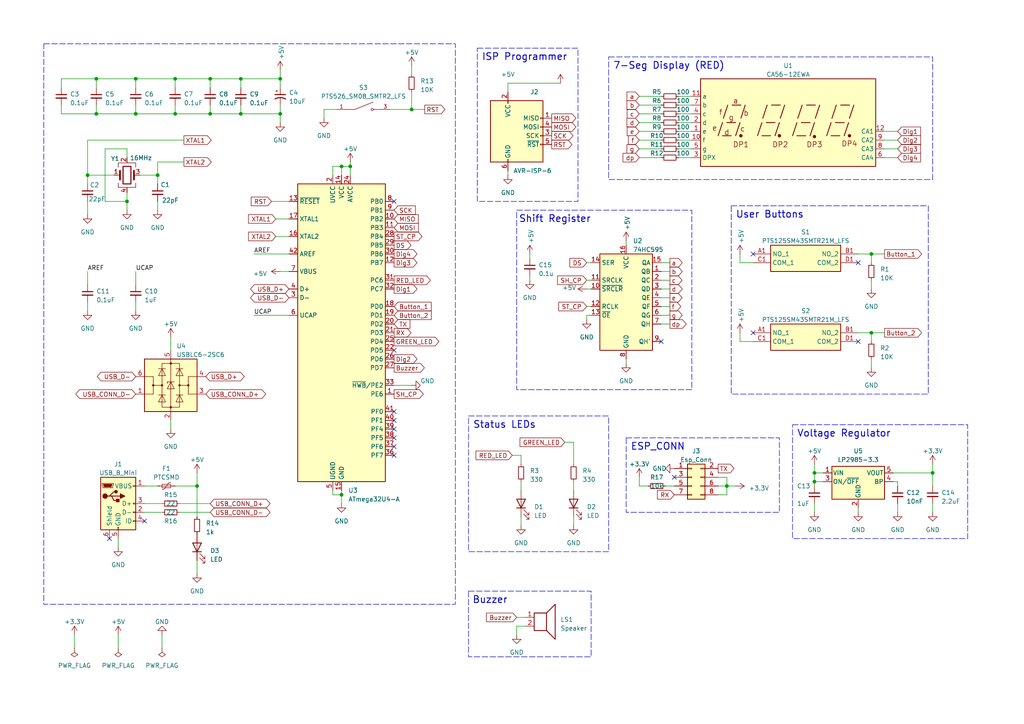
<source format=kicad_sch>
(kicad_sch (version 20230121) (generator eeschema)
  (paper "A4")
  (title_block (title "Phase B Prototype") (date "2023-04-11") (rev "1.0"))
  (junction (at 236.22 137.16))
  (junction (at 45.72 50.8))
  (junction (at 81.28 22.86))
  (junction (at 210.82 140.97))
  (junction (at 36.83 58.42))
  (junction (at 27.94 22.86))
  (junction (at 99.06 48.26))
  (junction (at 60.96 22.86))
  (junction (at 39.37 33.02))
  (junction (at 39.37 22.86))
  (junction (at 101.6 48.26))
  (junction (at 57.15 140.97))
  (junction (at 119.38 31.75))
  (junction (at 99.06 143.51))
  (junction (at 236.22 139.7))
  (junction (at 50.8 33.02))
  (junction (at 25.4 50.8))
  (junction (at 252.73 96.52))
  (junction (at 81.28 33.02))
  (junction (at 50.8 22.86))
  (junction (at 69.85 22.86))
  (junction (at 27.94 33.02))
  (junction (at 270.51 137.16))
  (junction (at 69.85 33.02))
  (junction (at 60.96 33.02))
  (junction (at 252.73 73.66))
  (no_connect (at 218.44 73.66))
  (no_connect (at 114.3 129.54))
  (no_connect (at 114.3 121.92))
  (no_connect (at 114.3 132.08))
  (no_connect (at 114.3 124.46))
  (no_connect (at 114.3 58.42))
  (no_connect (at 41.91 151.13))
  (no_connect (at 114.3 127))
  (no_connect (at 114.3 119.38))
  (no_connect (at 195.58 138.43))
  (no_connect (at 248.92 99.06))
  (no_connect (at 191.77 99.06))
  (no_connect (at 248.92 76.2))
  (no_connect (at 31.75 156.21))
  (no_connect (at 114.3 101.6))
  (no_connect (at 218.44 96.52))
  (wire (pts (xy 81.28 33.02) (xy 81.28 35.56)))
  (wire (pts (xy 60.96 33.02) (xy 69.85 33.02)))
  (wire (pts (xy 181.61 104.14) (xy 181.61 105.41)))
  (wire (pts (xy 49.53 121.92) (xy 49.53 124.46)))
  (wire (pts (xy 33.02 50.8) (xy 25.4 50.8)))
  (wire (pts (xy 193.04 140.97) (xy 195.58 140.97)))
  (wire (pts (xy 260.35 139.7) (xy 259.08 139.7)))
  (wire (pts (xy 196.85 33.02) (xy 200.66 33.02)))
  (wire (pts (xy 41.91 148.59) (xy 46.99 148.59)))
  (wire (pts (xy 39.37 22.86) (xy 50.8 22.86)))
  (wire (pts (xy 39.37 25.4) (xy 39.37 22.86)))
  (wire (pts (xy 238.76 137.16) (xy 236.22 137.16)))
  (wire (pts (xy 60.96 30.48) (xy 60.96 33.02)))
  (wire (pts (xy 50.8 33.02) (xy 60.96 33.02)))
  (wire (pts (xy 114.3 111.76) (xy 119.38 111.76)))
  (wire (pts (xy 27.94 22.86) (xy 39.37 22.86)))
  (wire (pts (xy 96.52 143.51) (xy 99.06 143.51)))
  (wire (pts (xy 50.8 140.97) (xy 57.15 140.97)))
  (wire (pts (xy 50.8 22.86) (xy 60.96 22.86)))
  (wire (pts (xy 27.94 25.4) (xy 27.94 22.86)))
  (wire (pts (xy 99.06 48.26) (xy 99.06 50.8)))
  (wire (pts (xy 149.86 181.61) (xy 149.86 184.15)))
  (wire (pts (xy 25.4 40.64) (xy 25.4 50.8)))
  (wire (pts (xy 191.77 76.2) (xy 194.31 76.2)))
  (wire (pts (xy 41.91 140.97) (xy 45.72 140.97)))
  (wire (pts (xy 45.72 46.99) (xy 45.72 50.8)))
  (wire (pts (xy 236.22 139.7) (xy 238.76 139.7)))
  (wire (pts (xy 96.52 142.24) (xy 96.52 143.51)))
  (wire (pts (xy 49.53 97.79) (xy 49.53 101.6)))
  (wire (pts (xy 153.67 80.01) (xy 153.67 81.28)))
  (wire (pts (xy 36.83 58.42) (xy 36.83 55.88)))
  (wire (pts (xy 53.34 46.99) (xy 45.72 46.99)))
  (wire (pts (xy 36.83 58.42) (xy 36.83 60.96)))
  (wire (pts (xy 39.37 30.48) (xy 39.37 33.02)))
  (wire (pts (xy 151.13 139.7) (xy 151.13 142.24)))
  (wire (pts (xy 81.28 25.4) (xy 81.28 22.86)))
  (wire (pts (xy 208.28 138.43) (xy 210.82 138.43)))
  (wire (pts (xy 170.18 81.28) (xy 171.45 81.28)))
  (wire (pts (xy 96.52 50.8) (xy 96.52 48.26)))
  (wire (pts (xy 45.72 50.8) (xy 40.64 50.8)))
  (wire (pts (xy 21.59 184.15) (xy 21.59 187.96)))
  (wire (pts (xy 17.78 30.48) (xy 17.78 33.02)))
  (wire (pts (xy 185.42 33.02) (xy 191.77 33.02)))
  (wire (pts (xy 25.4 50.8) (xy 25.4 53.34)))
  (wire (pts (xy 39.37 78.74) (xy 39.37 82.55)))
  (wire (pts (xy 149.86 179.07) (xy 152.4 179.07)))
  (wire (pts (xy 69.85 33.02) (xy 69.85 30.48)))
  (wire (pts (xy 25.4 78.74) (xy 25.4 82.55)))
  (wire (pts (xy 256.54 40.64) (xy 260.35 40.64)))
  (wire (pts (xy 210.82 140.97) (xy 210.82 143.51)))
  (wire (pts (xy 214.63 96.52) (xy 214.63 99.06)))
  (wire (pts (xy 99.06 48.26) (xy 101.6 48.26)))
  (wire (pts (xy 260.35 146.05) (xy 260.35 148.59)))
  (wire (pts (xy 166.37 128.27) (xy 166.37 134.62)))
  (wire (pts (xy 50.8 30.48) (xy 50.8 33.02)))
  (wire (pts (xy 60.96 22.86) (xy 60.96 25.4)))
  (wire (pts (xy 185.42 30.48) (xy 191.77 30.48)))
  (wire (pts (xy 53.34 40.64) (xy 25.4 40.64)))
  (wire (pts (xy 36.83 45.72) (xy 36.83 43.18)))
  (wire (pts (xy 236.22 139.7) (xy 236.22 140.97)))
  (wire (pts (xy 171.45 91.44) (xy 170.18 91.44)))
  (wire (pts (xy 81.28 22.86) (xy 69.85 22.86)))
  (wire (pts (xy 99.06 142.24) (xy 99.06 143.51)))
  (wire (pts (xy 185.42 138.43) (xy 185.42 140.97)))
  (wire (pts (xy 25.4 87.63) (xy 25.4 90.17)))
  (wire (pts (xy 39.37 33.02) (xy 50.8 33.02)))
  (wire (pts (xy 147.32 24.13) (xy 162.56 24.13)))
  (wire (pts (xy 81.28 33.02) (xy 69.85 33.02)))
  (wire (pts (xy 252.73 81.28) (xy 252.73 83.82)))
  (wire (pts (xy 214.63 73.66) (xy 214.63 76.2)))
  (wire (pts (xy 166.37 139.7) (xy 166.37 142.24)))
  (wire (pts (xy 185.42 38.1) (xy 191.77 38.1)))
  (wire (pts (xy 181.61 69.85) (xy 181.61 71.12)))
  (wire (pts (xy 17.78 22.86) (xy 27.94 22.86)))
  (wire (pts (xy 163.83 128.27) (xy 166.37 128.27)))
  (wire (pts (xy 119.38 31.75) (xy 123.19 31.75)))
  (wire (pts (xy 39.37 87.63) (xy 39.37 90.17)))
  (wire (pts (xy 185.42 40.64) (xy 191.77 40.64)))
  (wire (pts (xy 252.73 104.14) (xy 252.73 106.68)))
  (wire (pts (xy 170.18 76.2) (xy 171.45 76.2)))
  (wire (pts (xy 196.85 27.94) (xy 200.66 27.94)))
  (wire (pts (xy 80.01 63.5) (xy 83.82 63.5)))
  (wire (pts (xy 113.03 31.75) (xy 119.38 31.75)))
  (wire (pts (xy 73.66 91.44) (xy 83.82 91.44)))
  (wire (pts (xy 252.73 73.66) (xy 256.54 73.66)))
  (wire (pts (xy 166.37 149.86) (xy 166.37 152.4)))
  (wire (pts (xy 191.77 88.9) (xy 194.31 88.9)))
  (wire (pts (xy 256.54 43.18) (xy 260.35 43.18)))
  (wire (pts (xy 36.83 43.18) (xy 30.48 43.18)))
  (wire (pts (xy 45.72 53.34) (xy 45.72 50.8)))
  (wire (pts (xy 81.28 30.48) (xy 81.28 33.02)))
  (wire (pts (xy 17.78 33.02) (xy 27.94 33.02)))
  (wire (pts (xy 170.18 83.82) (xy 171.45 83.82)))
  (wire (pts (xy 30.48 43.18) (xy 30.48 58.42)))
  (wire (pts (xy 196.85 35.56) (xy 200.66 35.56)))
  (wire (pts (xy 236.22 146.05) (xy 236.22 148.59)))
  (wire (pts (xy 57.15 137.16) (xy 57.15 140.97)))
  (wire (pts (xy 185.42 45.72) (xy 191.77 45.72)))
  (wire (pts (xy 152.4 181.61) (xy 149.86 181.61)))
  (wire (pts (xy 30.48 58.42) (xy 36.83 58.42)))
  (wire (pts (xy 57.15 140.97) (xy 57.15 149.86)))
  (wire (pts (xy 208.28 143.51) (xy 210.82 143.51)))
  (wire (pts (xy 147.32 24.13) (xy 147.32 26.67)))
  (wire (pts (xy 252.73 99.06) (xy 252.73 96.52)))
  (wire (pts (xy 210.82 140.97) (xy 213.36 140.97)))
  (wire (pts (xy 170.18 91.44) (xy 170.18 92.71)))
  (wire (pts (xy 147.32 49.53) (xy 147.32 50.8)))
  (wire (pts (xy 196.85 43.18) (xy 200.66 43.18)))
  (wire (pts (xy 69.85 25.4) (xy 69.85 22.86)))
  (wire (pts (xy 191.77 81.28) (xy 194.31 81.28)))
  (wire (pts (xy 73.66 73.66) (xy 83.82 73.66)))
  (wire (pts (xy 57.15 162.56) (xy 57.15 166.37)))
  (wire (pts (xy 196.85 30.48) (xy 200.66 30.48)))
  (wire (pts (xy 185.42 35.56) (xy 191.77 35.56)))
  (wire (pts (xy 208.28 140.97) (xy 210.82 140.97)))
  (wire (pts (xy 252.73 73.66) (xy 252.73 76.2)))
  (wire (pts (xy 196.85 40.64) (xy 200.66 40.64)))
  (wire (pts (xy 248.92 147.32) (xy 248.92 148.59)))
  (wire (pts (xy 78.74 58.42) (xy 83.82 58.42)))
  (wire (pts (xy 80.01 68.58) (xy 83.82 68.58)))
  (wire (pts (xy 101.6 50.8) (xy 101.6 48.26)))
  (wire (pts (xy 248.92 96.52) (xy 252.73 96.52)))
  (wire (pts (xy 25.4 58.42) (xy 25.4 62.23)))
  (wire (pts (xy 27.94 30.48) (xy 27.94 33.02)))
  (wire (pts (xy 191.77 83.82) (xy 194.31 83.82)))
  (wire (pts (xy 256.54 45.72) (xy 260.35 45.72)))
  (wire (pts (xy 52.07 146.05) (xy 60.96 146.05)))
  (wire (pts (xy 41.91 146.05) (xy 46.99 146.05)))
  (wire (pts (xy 191.77 86.36) (xy 194.31 86.36)))
  (wire (pts (xy 270.51 146.05) (xy 270.51 148.59)))
  (wire (pts (xy 248.92 73.66) (xy 252.73 73.66)))
  (wire (pts (xy 119.38 26.67) (xy 119.38 31.75)))
  (wire (pts (xy 69.85 22.86) (xy 60.96 22.86)))
  (wire (pts (xy 214.63 99.06) (xy 218.44 99.06)))
  (wire (pts (xy 236.22 137.16) (xy 236.22 139.7)))
  (wire (pts (xy 252.73 96.52) (xy 256.54 96.52)))
  (wire (pts (xy 191.77 78.74) (xy 194.31 78.74)))
  (wire (pts (xy 52.07 148.59) (xy 60.96 148.59)))
  (wire (pts (xy 214.63 76.2) (xy 218.44 76.2)))
  (wire (pts (xy 93.98 31.75) (xy 97.79 31.75)))
  (wire (pts (xy 45.72 58.42) (xy 45.72 60.96)))
  (wire (pts (xy 50.8 25.4) (xy 50.8 22.86)))
  (wire (pts (xy 81.28 20.32) (xy 81.28 22.86)))
  (wire (pts (xy 270.51 137.16) (xy 270.51 140.97)))
  (wire (pts (xy 185.42 27.94) (xy 191.77 27.94)))
  (wire (pts (xy 185.42 43.18) (xy 191.77 43.18)))
  (wire (pts (xy 34.29 184.15) (xy 34.29 187.96)))
  (wire (pts (xy 185.42 140.97) (xy 187.96 140.97)))
  (wire (pts (xy 93.98 34.29) (xy 93.98 31.75)))
  (wire (pts (xy 46.99 184.15) (xy 46.99 187.96)))
  (wire (pts (xy 27.94 33.02) (xy 39.37 33.02)))
  (wire (pts (xy 151.13 132.08) (xy 151.13 134.62)))
  (wire (pts (xy 119.38 19.05) (xy 119.38 21.59)))
  (wire (pts (xy 151.13 149.86) (xy 151.13 152.4)))
  (wire (pts (xy 34.29 156.21) (xy 34.29 158.75)))
  (wire (pts (xy 99.06 143.51) (xy 99.06 146.05)))
  (wire (pts (xy 259.08 137.16) (xy 270.51 137.16)))
  (wire (pts (xy 153.67 73.66) (xy 153.67 74.93)))
  (wire (pts (xy 210.82 138.43) (xy 210.82 140.97)))
  (wire (pts (xy 196.85 38.1) (xy 200.66 38.1)))
  (wire (pts (xy 81.28 78.74) (xy 83.82 78.74)))
  (wire (pts (xy 191.77 93.98) (xy 194.31 93.98)))
  (wire (pts (xy 236.22 134.62) (xy 236.22 137.16)))
  (wire (pts (xy 101.6 48.26) (xy 101.6 46.99)))
  (wire (pts (xy 256.54 38.1) (xy 260.35 38.1)))
  (wire (pts (xy 170.18 88.9) (xy 171.45 88.9)))
  (wire (pts (xy 96.52 48.26) (xy 99.06 48.26)))
  (wire (pts (xy 148.59 132.08) (xy 151.13 132.08)))
  (wire (pts (xy 270.51 134.62) (xy 270.51 137.16)))
  (wire (pts (xy 191.77 91.44) (xy 194.31 91.44)))
  (wire (pts (xy 17.78 25.4) (xy 17.78 22.86)))
  (wire (pts (xy 260.35 140.97) (xy 260.35 139.7)))
  (wire (pts (xy 196.85 45.72) (xy 200.66 45.72)))
  (rectangle (start 229.87 123.19) (end 280.67 156.21) (stroke (width 0) (type dash)))
  (rectangle (start 181.61 127) (end 226.06 148.59) (stroke (width 0) (type dash)))
  (rectangle (start 135.89 120.65) (end 176.53 160.02) (stroke (width 0) (type dash)))
  (rectangle (start 138.43 13.97) (end 167.64 58.42) (stroke (width 0) (type dash)))
  (rectangle (start 135.89 190.5) (end 171.45 171.45) (stroke (width 0) (type dash)))
  (rectangle (start 212.09 59.69) (end 269.24 114.3) (stroke (width 0) (type dash)))
  (rectangle (start 12.7 12.7) (end 132.08 175.26) (stroke (width 0) (type dash)))
  (rectangle (start 149.86 60.96) (end 200.66 113.03) (stroke (width 0) (type dash)))
  (rectangle (start 176.53 16.51) (end 270.51 52.07) (stroke (width 0) (type dash)))
  (text "Shift Register" (at 171.45 64.77 0) (effects (font (size 2 2) (thickness 0.254) bold) (justify right bottom)))
  (text "ESP_CONN" (at 182.88 130.81 0) (effects (font (size 2 2) (thickness 0.254) bold) (justify left bottom)))
  (text "Voltage Regulator" (at 231.14 127 0) (effects (font (size 2 2) (thickness 0.254) bold) (justify left bottom)))
  (text "ISP Programmer" (at 139.7 17.78 0) (effects (font (size 2 2) (thickness 0.254) bold) (justify left bottom)))
  (text "Status LEDs" (at 137.16 124.46 0) (effects (font (size 2 2) (thickness 0.254) bold) (justify left bottom)))
  (text "User Buttons" (at 213.36 63.5 0) (effects (font (size 2 2) (thickness 0.254) bold) (justify left bottom)))
  (text "Buzzer" (at 147.32 175.26 0) (effects (font (size 2 2) (thickness 0.254) bold) (justify right bottom)))
  (text "7-Seg Display (RED)" (at 177.8 20.32 0) (effects (font (size 2 2) (thickness 0.254) bold) (justify left bottom)))
  (label "UCAP" (at 39.37 78.74 0))
  (label "AREF" (at 73.66 73.66 0))
  (label "UCAP" (at 73.66 91.44 0))
  (label "AREF" (at 25.4 78.74 0))
  (global_label "e" (shape output) (at 194.31 86.36 0) (property "Intersheetrefs" "${INTERSHEET_REFS}" (effects hide)))
  (global_label "g" (shape output) (at 194.31 91.44 0) (property "Intersheetrefs" "${INTERSHEET_REFS}" (effects hide)))
  (global_label "GREEN_LED" (shape output) (at 114.3 99.06 0) (property "Intersheetrefs" "${INTERSHEET_REFS}" (effects hide)))
  (global_label "USB_D-" (shape bidirectional) (at 83.82 86.36 180) (property "Intersheetrefs" "${INTERSHEET_REFS}" (effects hide)))
  (global_label "USB_D+" (shape bidirectional) (at 59.69 109.22 0) (property "Intersheetrefs" "${INTERSHEET_REFS}" (effects hide)))
  (global_label "dp" (shape output) (at 194.31 93.98 0) (property "Intersheetrefs" "${INTERSHEET_REFS}" (effects hide)))
  (global_label "MISO" (shape output) (at 160.02 34.29 0) (property "Intersheetrefs" "${INTERSHEET_REFS}" (effects hide)))
  (global_label "USB_CONN_D+" (shape bidirectional) (at 60.96 146.05 0) (property "Intersheetrefs" "${INTERSHEET_REFS}" (effects hide)))
  (global_label "MISO" (shape input) (at 114.3 63.5 0) (property "Intersheetrefs" "${INTERSHEET_REFS}" (effects hide)))
  (global_label "Dig2" (shape output) (at 114.3 104.14 0) (property "Intersheetrefs" "${INTERSHEET_REFS}" (effects hide)))
  (global_label "XTAL1" (shape output) (at 53.34 40.64 0) (property "Intersheetrefs" "${INTERSHEET_REFS}" (effects hide)))
  (global_label "b" (shape input) (at 185.42 30.48 180) (property "Intersheetrefs" "${INTERSHEET_REFS}" (effects hide)))
  (global_label "Buzzer" (shape output) (at 114.3 106.68 0) (property "Intersheetrefs" "${INTERSHEET_REFS}" (effects hide)))
  (global_label "f" (shape output) (at 194.31 88.9 0) (property "Intersheetrefs" "${INTERSHEET_REFS}" (effects hide)))
  (global_label "ST_CP" (shape input) (at 170.18 88.9 180) (property "Intersheetrefs" "${INTERSHEET_REFS}" (effects hide)))
  (global_label "Button_1" (shape input) (at 114.3 88.9 0) (property "Intersheetrefs" "${INTERSHEET_REFS}" (effects hide)))
  (global_label "DS" (shape output) (at 114.3 71.12 0) (property "Intersheetrefs" "${INTERSHEET_REFS}" (effects hide)))
  (global_label "RST" (shape output) (at 160.02 41.91 0) (property "Intersheetrefs" "${INTERSHEET_REFS}" (effects hide)))
  (global_label "d" (shape input) (at 185.42 35.56 180) (property "Intersheetrefs" "${INTERSHEET_REFS}" (effects hide)))
  (global_label "RX" (shape input) (at 195.58 143.51 180) (property "Intersheetrefs" "${INTERSHEET_REFS}" (effects hide)))
  (global_label "a" (shape input) (at 185.42 27.94 180) (property "Intersheetrefs" "${INTERSHEET_REFS}" (effects hide)))
  (global_label "c" (shape output) (at 194.31 81.28 0) (property "Intersheetrefs" "${INTERSHEET_REFS}" (effects hide)))
  (global_label "TX" (shape output) (at 208.28 135.89 0) (property "Intersheetrefs" "${INTERSHEET_REFS}" (effects hide)))
  (global_label "USB_D+" (shape bidirectional) (at 83.82 83.82 180) (property "Intersheetrefs" "${INTERSHEET_REFS}" (effects hide)))
  (global_label "USB_D-" (shape bidirectional) (at 39.37 109.22 180) (property "Intersheetrefs" "${INTERSHEET_REFS}" (effects hide)))
  (global_label "g" (shape input) (at 185.42 43.18 180) (property "Intersheetrefs" "${INTERSHEET_REFS}" (effects hide)))
  (global_label "XTAL1" (shape input) (at 80.01 63.5 180) (property "Intersheetrefs" "${INTERSHEET_REFS}" (effects hide)))
  (global_label "Dig1" (shape input) (at 260.35 38.1 0) (property "Intersheetrefs" "${INTERSHEET_REFS}" (effects hide)))
  (global_label "XTAL2" (shape input) (at 80.01 68.58 180) (property "Intersheetrefs" "${INTERSHEET_REFS}" (effects hide)))
  (global_label "RST" (shape output) (at 123.19 31.75 0) (property "Intersheetrefs" "${INTERSHEET_REFS}" (effects hide)))
  (global_label "GREEN_LED" (shape input) (at 163.83 128.27 180) (property "Intersheetrefs" "${INTERSHEET_REFS}" (effects hide)))
  (global_label "a" (shape output) (at 194.31 76.2 0) (property "Intersheetrefs" "${INTERSHEET_REFS}" (effects hide)))
  (global_label "Dig2" (shape input) (at 260.35 40.64 0) (property "Intersheetrefs" "${INTERSHEET_REFS}" (effects hide)))
  (global_label "ST_CP" (shape output) (at 114.3 68.58 0) (property "Intersheetrefs" "${INTERSHEET_REFS}" (effects hide)))
  (global_label "DS" (shape input) (at 170.18 76.2 180) (property "Intersheetrefs" "${INTERSHEET_REFS}" (effects hide)))
  (global_label "SH_CP" (shape input) (at 170.18 81.28 180) (property "Intersheetrefs" "${INTERSHEET_REFS}" (effects hide)))
  (global_label "Dig4" (shape input) (at 260.35 45.72 0) (property "Intersheetrefs" "${INTERSHEET_REFS}" (effects hide)))
  (global_label "XTAL2" (shape output) (at 53.34 46.99 0) (property "Intersheetrefs" "${INTERSHEET_REFS}" (effects hide)))
  (global_label "USB_CONN_D-" (shape bidirectional) (at 39.37 114.3 180) (property "Intersheetrefs" "${INTERSHEET_REFS}" (effects hide)))
  (global_label "Dig3" (shape output) (at 114.3 76.2 0) (property "Intersheetrefs" "${INTERSHEET_REFS}" (effects hide)))
  (global_label "USB_CONN_D-" (shape bidirectional) (at 60.96 148.59 0) (property "Intersheetrefs" "${INTERSHEET_REFS}" (effects hide)))
  (global_label "RST" (shape input) (at 78.74 58.42 180) (property "Intersheetrefs" "${INTERSHEET_REFS}" (effects hide)))
  (global_label "Button_1" (shape output) (at 256.54 73.66 0) (property "Intersheetrefs" "${INTERSHEET_REFS}" (effects hide)))
  (global_label "c" (shape input) (at 185.42 33.02 180) (property "Intersheetrefs" "${INTERSHEET_REFS}" (effects hide)))
  (global_label "RX" (shape output) (at 114.3 96.52 0) (property "Intersheetrefs" "${INTERSHEET_REFS}" (effects hide)))
  (global_label "dp" (shape input) (at 185.42 45.72 180) (property "Intersheetrefs" "${INTERSHEET_REFS}" (effects hide)))
  (global_label "USB_CONN_D+" (shape bidirectional) (at 59.69 114.3 0) (property "Intersheetrefs" "${INTERSHEET_REFS}" (effects hide)))
  (global_label "Button_2" (shape input) (at 114.3 91.44 0) (property "Intersheetrefs" "${INTERSHEET_REFS}" (effects hide)))
  (global_label "Dig3" (shape input) (at 260.35 43.18 0) (property "Intersheetrefs" "${INTERSHEET_REFS}" (effects hide)))
  (global_label "Buzzer" (shape input) (at 149.86 179.07 180) (property "Intersheetrefs" "${INTERSHEET_REFS}" (effects hide)))
  (global_label "SCK" (shape input) (at 114.3 60.96 0) (property "Intersheetrefs" "${INTERSHEET_REFS}" (effects hide)))
  (global_label "Dig4" (shape output) (at 114.3 73.66 0) (property "Intersheetrefs" "${INTERSHEET_REFS}" (effects hide)))
  (global_label "d" (shape output) (at 194.31 83.82 0) (property "Intersheetrefs" "${INTERSHEET_REFS}" (effects hide)))
  (global_label "MOSI" (shape output) (at 160.02 36.83 0) (property "Intersheetrefs" "${INTERSHEET_REFS}" (effects hide)))
  (global_label "SCK" (shape output) (at 160.02 39.37 0) (property "Intersheetrefs" "${INTERSHEET_REFS}" (effects hide)))
  (global_label "e" (shape input) (at 185.42 38.1 180) (property "Intersheetrefs" "${INTERSHEET_REFS}" (effects hide)))
  (global_label "Button_2" (shape output) (at 256.54 96.52 0) (property "Intersheetrefs" "${INTERSHEET_REFS}" (effects hide)))
  (global_label "Dig1" (shape output) (at 114.3 83.82 0) (property "Intersheetrefs" "${INTERSHEET_REFS}" (effects hide)))
  (global_label "TX" (shape input) (at 114.3 93.98 0) (property "Intersheetrefs" "${INTERSHEET_REFS}" (effects hide)))
  (global_label "f" (shape input) (at 185.42 40.64 180) (property "Intersheetrefs" "${INTERSHEET_REFS}" (effects hide)))
  (global_label "RED_LED" (shape output) (at 114.3 81.28 0) (property "Intersheetrefs" "${INTERSHEET_REFS}" (effects hide)))
  (global_label "b" (shape output) (at 194.31 78.74 0) (property "Intersheetrefs" "${INTERSHEET_REFS}" (effects hide)))
  (global_label "RED_LED" (shape input) (at 148.59 132.08 180) (property "Intersheetrefs" "${INTERSHEET_REFS}" (effects hide)))
  (global_label "SH_CP" (shape output) (at 114.3 114.3 0) (property "Intersheetrefs" "${INTERSHEET_REFS}" (effects hide)))
  (global_label "MOSI" (shape input) (at 114.3 66.04 0) (property "Intersheetrefs" "${INTERSHEET_REFS}" (effects hide)))
  (symbol (lib_id "power:GND") (at 99.06 146.05 0) (unit 1)
    (property "Reference" "#PWR025" (effects hide))
    (property "Value" "GND" (at 99.06 151.13 0))
  )
  (symbol (lib_id "74xx:74HC595") (at 181.61 86.36 0) (unit 1)
    (property "Reference" "U2" (at 183.5659 69.85 0) (effects (justify left)))
    (property "Value" "74HC595" (at 183.5659 72.39 0) (effects (justify left)))
    (property "Footprint" "Package_SO:TSSOP-16_4.4x5mm_P0.65mm" (effects hide))
    (property "Datasheet" "http://www.ti.com/lit/ds/symlink/sn74hc595.pdf" (effects hide))
  )
  (symbol (lib_id "power:GND") (at 93.98 34.29 0) (unit 1)
    (property "Reference" "#PWR05" (effects hide))
    (property "Value" "GND" (at 93.98 39.37 0))
  )
  (symbol (lib_id "Device:R_Small") (at 190.5 140.97 270) (unit 1)
    (property "Reference" "R17" (at 190.5 138.43 90))
    (property "Value" "10k" (at 190.5 140.97 90))
    (property "Footprint" "Resistor_SMD:R_0603_1608Metric" (effects hide))
  )
  (symbol (lib_id "Device:C_Small") (at 39.37 85.09 0) (unit 1)
    (property "Reference" "C10" (at 41.91 84.4613 0) (effects (justify left)))
    (property "Value" "1uF" (at 41.91 87.0013 0) (effects (justify left)))
    (property "Footprint" "Capacitor_SMD:C_0603_1608Metric" (effects hide))
  )
  (symbol (lib_id "Device:R_Small") (at 57.15 152.4 0) (unit 1)
    (property "Reference" "R14" (at 59.69 151.765 0) (effects (justify left)))
    (property "Value" "1k" (at 59.69 154.305 0) (effects (justify left)))
    (property "Footprint" "Resistor_SMD:R_0603_1608Metric" (effects hide))
  )
  (symbol (lib_id "Device:LED") (at 151.13 146.05 90) (unit 1)
    (property "Reference" "D1" (at 154.94 147.0025 90) (effects (justify right)))
    (property "Value" "LED" (at 154.94 149.5425 90) (effects (justify right)))
    (property "Footprint" "LED_SMD:LED_0805_2012Metric" (effects hide))
  )
  (symbol (lib_id "power:GND") (at 36.83 60.96 0) (unit 1)
    (property "Reference" "#PWR012" (effects hide))
    (property "Value" "GND" (at 36.83 66.04 0))
  )
  (symbol (lib_id "Connector_Generic:Conn_02x04_Odd_Even") (at 200.66 138.43 0) (unit 1)
    (property "Reference" "J3" (at 201.93 130.81 0))
    (property "Value" "Esp_Conn" (at 201.93 133.35 0))
    (property "Footprint" "Connector_PinSocket_2.54mm:PinSocket_2x04_P2.54mm_Vertical" (effects hide))
  )
  (symbol (lib_id "PTS526_SMD_Button:PTS526_SM08_SMTR2_LFS") (at 105.41 31.75 0) (unit 1)
    (property "Reference" "S3" (at 105.41 25.4 0))
    (property "Value" "PTS526_SM08_SMTR2_LFS" (at 105.41 27.94 0))
    (property "Footprint" "PTS526_SMD_Button:PTS526_SMD_Button" (effects hide))
    (property "STANDARD" "Manufacturer Recommendations" (effects hide))
    (property "MANUFACTURER" "C&K" (effects hide))
    (property "PARTREV" "20 mar 19" (effects hide))
    (property "MAXIMUM_PACKAGE_HEIGHT" "0.95mm" (effects hide))
  )
  (symbol (lib_id "Connector:USB_B_Mini") (at 34.29 146.05 0) (unit 1)
    (property "Reference" "J1" (at 34.29 134.62 0))
    (property "Value" "USB_B_Mini" (at 34.29 137.16 0))
    (property "Footprint" "Connector_USB:USB_Mini-B_Lumberg_2486_01_Horizontal" (effects hide))
  )
  (symbol (lib_id "PTS125_SMD_Button:PTS125SM43SMTR21M_LFS") (at 218.44 73.66 0) (unit 1)
    (property "Reference" "S1" (at 233.68 67.31 0))
    (property "Value" "PTS125SM43SMTR21M_LFS" (at 233.68 69.85 0))
    (property "Footprint" "PTS125_SMD_Button:PTS125_SMD_Button" (effects hide))
    (property "Datasheet" "https://www.ckswitches.com/media/1462/pts125.pdf" (effects hide))
    (property "Height" "4.3" (effects hide))
    (property "Manufacturer_Name" "C & K COMPONENTS" (effects hide))
    (property "Manufacturer_Part_Number" "PTS125SM43SMTR21M LFS" (effects hide))
    (property "Mouser Part Number" "611-PTS125S43SMTRLFS" (effects hide))
    (property "Mouser Price/Stock" "https://www.mouser.co.uk/ProductDetail/CK/PTS125SM43SMTR21M-LFS?qs=t7xnP681wgUNXpRGJY2Vkw%3D%3D" (effects hide))
  )
  (symbol (lib_id "Device:R_Small") (at 166.37 137.16 0) (unit 1)
    (property "Reference" "R4" (at 168.91 136.525 0) (effects (justify left)))
    (property "Value" "330" (at 168.91 139.065 0) (effects (justify left)))
    (property "Footprint" "Resistor_SMD:R_0805_2012Metric" (effects hide))
  )
  (symbol (lib_id "Device:C_Small") (at 17.78 27.94 0) (unit 1)
    (property "Reference" "C3" (at 20.32 27.3113 0) (effects (justify left)))
    (property "Value" "0.1uF" (at 20.32 29.8513 0) (effects (justify left)))
    (property "Footprint" "Capacitor_SMD:C_0603_1608Metric" (effects hide))
  )
  (symbol (lib_id "Device:C_Polarized_Small_US") (at 81.28 27.94 0) (unit 1)
    (property "Reference" "C4" (at 83.82 26.8732 0) (effects (justify left)))
    (property "Value" "10uF" (at 83.82 29.4132 0) (effects (justify left)))
    (property "Footprint" "Capacitor_SMD:C_0805_2012Metric" (effects hide))
  )
  (symbol (lib_id "power:PWR_FLAG") (at 34.29 187.96 180) (unit 1)
    (property "Reference" "#FLG03" (effects hide))
    (property "Value" "PWR_FLAG" (at 34.29 193.04 0))
  )
  (symbol (lib_id "Device:C_Small") (at 60.96 27.94 0) (unit 1)
    (property "Reference" "C8" (at 63.5 27.3113 0) (effects (justify left)))
    (property "Value" "0.1uF" (at 63.5 29.8513 0) (effects (justify left)))
    (property "Footprint" "Capacitor_SMD:C_0603_1608Metric" (effects hide))
  )
  (symbol (lib_id "Device:R_Small") (at 194.31 35.56 90) (unit 1)
    (property "Reference" "R8" (at 190.5 34.29 90))
    (property "Value" "100" (at 198.12 34.29 90))
    (property "Footprint" "Resistor_SMD:R_0805_2012Metric" (effects hide))
  )
  (symbol (lib_id "power:+5V") (at 181.61 69.85 0) (unit 1)
    (property "Reference" "#PWR07" (effects hide))
    (property "Value" "+5V" (at 181.9656 66.802 90) (effects (justify left)))
  )
  (symbol (lib_id "Device:C_Small") (at 260.35 143.51 0) (unit 1)
    (property "Reference" "C12" (at 262.89 142.8813 0) (effects (justify left)))
    (property "Value" "10nF" (at 262.89 145.4213 0) (effects (justify left)))
    (property "Footprint" "Capacitor_SMD:C_0603_1608Metric" (effects hide))
  )
  (symbol (lib_name "GND_1") (lib_id "power:GND") (at 252.73 83.82 0) (unit 1)
    (property "Reference" "#PWR02" (effects hide))
    (property "Value" "GND" (at 252.73 88.9 0))
  )
  (symbol (lib_id "power:PWR_FLAG") (at 46.99 187.96 180) (unit 1)
    (property "Reference" "#FLG04" (effects hide))
    (property "Value" "PWR_FLAG" (at 46.99 193.04 0))
  )
  (symbol (lib_id "power:GND") (at 147.32 50.8 0) (unit 1)
    (property "Reference" "#PWR029" (effects hide))
    (property "Value" "GND" (at 147.32 55.88 0))
  )
  (symbol (lib_name "GND_3") (lib_id "power:GND") (at 153.67 81.28 0) (unit 1)
    (property "Reference" "#PWR046" (effects hide))
    (property "Value" "GND" (at 153.67 86.36 0))
  )
  (symbol (lib_id "Device:C_Small") (at 45.72 55.88 0) (unit 1)
    (property "Reference" "C1" (at 46.5581 53.5907 0) (effects (justify left)))
    (property "Value" "22pF" (at 46.9478 58.1104 0) (effects (justify left)))
    (property "Footprint" "Capacitor_SMD:C_0603_1608Metric" (effects hide))
  )
  (symbol (lib_id "power:GND") (at 270.51 148.59 0) (unit 1)
    (property "Reference" "#PWR038" (effects hide))
    (property "Value" "GND" (at 270.51 153.67 0))
  )
  (symbol (lib_id "Device:R_Small") (at 194.31 33.02 90) (unit 1)
    (property "Reference" "R7" (at 190.5 31.75 90))
    (property "Value" "100" (at 198.12 31.75 90))
    (property "Footprint" "Resistor_SMD:R_0805_2012Metric" (effects hide))
  )
  (symbol (lib_id "Device:Crystal_GND24") (at 36.83 50.8 0) (unit 1)
    (property "Reference" "Y1" (at 33.3886 46.0318 0))
    (property "Value" "16MHz" (at 40.8695 45.7981 0))
    (property "Footprint" "Crystal:Crystal_SMD_Abracon_ABM8G-4Pin_3.2x2.5mm" (effects hide))
  )
  (symbol (lib_id "power:GND") (at 45.72 60.96 0) (unit 1)
    (property "Reference" "#PWR013" (effects hide))
    (property "Value" "GND" (at 45.72 66.04 0))
  )
  (symbol (lib_id "Device:LED") (at 166.37 146.05 90) (unit 1)
    (property "Reference" "D2" (at 170.18 147.0025 90) (effects (justify right)))
    (property "Value" "LED" (at 170.18 149.5425 90) (effects (justify right)))
    (property "Footprint" "LED_SMD:LED_0805_2012Metric" (effects hide))
  )
  (symbol (lib_id "power:+3.3V") (at 270.51 134.62 0) (unit 1)
    (property "Reference" "#PWR034" (effects hide))
    (property "Value" "+3.3V" (at 270.51 130.81 0))
  )
  (symbol (lib_id "power:GND") (at 260.35 148.59 0) (unit 1)
    (property "Reference" "#PWR037" (effects hide))
    (property "Value" "GND" (at 260.35 153.67 0))
  )
  (symbol (lib_id "Device:C_Small") (at 25.4 85.09 0) (unit 1)
    (property "Reference" "C11" (at 27.94 84.4613 0) (effects (justify left)))
    (property "Value" "0.1uF" (at 27.94 87.0013 0) (effects (justify left)))
    (property "Footprint" "Capacitor_SMD:C_0603_1608Metric" (effects hide))
  )
  (symbol (lib_id "power:+5V") (at 214.63 73.66 0) (unit 1)
    (property "Reference" "#PWR01" (effects hide))
    (property "Value" "+5V" (at 214.9856 70.612 90) (effects (justify left)))
  )
  (symbol (lib_id "power:+5V") (at 81.28 20.32 0) (unit 1)
    (property "Reference" "#PWR018" (effects hide))
    (property "Value" "+5V" (at 81.6356 17.272 90) (effects (justify left)))
  )
  (symbol (lib_id "Device:R_Small") (at 194.31 40.64 90) (unit 1)
    (property "Reference" "R10" (at 190.5 39.37 90))
    (property "Value" "100" (at 198.12 39.37 90))
    (property "Footprint" "Resistor_SMD:R_0805_2012Metric" (effects hide))
  )
  (symbol (lib_id "power:GND") (at 39.37 90.17 0) (unit 1)
    (property "Reference" "#PWR021" (effects hide))
    (property "Value" "GND" (at 39.37 95.25 0))
  )
  (symbol (lib_name "+5V_3") (lib_id "power:+5V") (at 49.53 97.79 0) (unit 1)
    (property "Reference" "#PWR026" (effects hide))
    (property "Value" "+5V" (at 49.53 93.98 0))
  )
  (symbol (lib_id "Device:C_Small") (at 50.8 27.94 0) (unit 1)
    (property "Reference" "C7" (at 53.34 27.3113 0) (effects (justify left)))
    (property "Value" "0.1uF" (at 53.34 29.8513 0) (effects (justify left)))
    (property "Footprint" "Capacitor_SMD:C_0603_1608Metric" (effects hide))
  )
  (symbol (lib_id "Device:C_Small") (at 236.22 143.51 0) (unit 1)
    (property "Reference" "C13" (at 231.14 140.97 0) (effects (justify left)))
    (property "Value" "1uF" (at 231.14 146.05 0) (effects (justify left)))
    (property "Footprint" "Capacitor_SMD:C_0603_1608Metric" (effects hide))
  )
  (symbol (lib_id "power:GND") (at 195.58 135.89 270) (unit 1)
    (property "Reference" "#PWR032" (effects hide))
    (property "Value" "GND" (at 189.23 135.89 90) (effects (justify left)))
  )
  (symbol (lib_id "Device:C_Small") (at 153.67 77.47 0) (unit 1)
    (property "Reference" "C15" (at 156.21 76.8413 0) (effects (justify left)))
    (property "Value" "0.1u" (at 156.21 79.3813 0) (effects (justify left)))
    (property "Footprint" "Capacitor_SMD:C_0603_1608Metric" (effects hide))
  )
  (symbol (lib_id "power:+3.3V") (at 21.59 184.15 0) (unit 1)
    (property "Reference" "#PWR044" (effects hide))
    (property "Value" "+3.3V" (at 21.59 180.34 0))
  )
  (symbol (lib_name "+5V_3") (lib_id "power:+5V") (at 81.28 78.74 90) (unit 1)
    (property "Reference" "#PWR040" (effects hide))
    (property "Value" "+5V" (at 77.47 79.375 90) (effects (justify left)))
  )
  (symbol (lib_id "Device:R_Small") (at 151.13 137.16 0) (unit 1)
    (property "Reference" "R3" (at 153.67 136.525 0) (effects (justify left)))
    (property "Value" "330" (at 153.67 139.065 0) (effects (justify left)))
    (property "Footprint" "Resistor_SMD:R_0805_2012Metric" (effects hide))
  )
  (symbol (lib_id "power:GND") (at 81.28 35.56 0) (unit 1)
    (property "Reference" "#PWR017" (effects hide))
    (property "Value" "GND" (at 81.28 40.64 0))
  )
  (symbol (lib_id "Device:C_Small") (at 69.85 27.94 0) (unit 1)
    (property "Reference" "C9" (at 72.39 27.3113 0) (effects (justify left)))
    (property "Value" "0.1uF" (at 72.39 29.8513 0) (effects (justify left)))
    (property "Footprint" "Capacitor_SMD:C_0603_1608Metric" (effects hide))
  )
  (symbol (lib_id "Connector:AVR-ISP-6") (at 149.86 39.37 0) (unit 1)
    (property "Reference" "J2" (at 156.21 26.67 0) (effects (justify right)))
    (property "Value" "AVR-ISP-6" (at 160.02 49.53 0) (effects (justify right)))
    (property "Footprint" "Connector_PinSocket_2.54mm:PinSocket_2x03_P2.54mm_Vertical" (effects hide))
    (property "Datasheet" " ~" (effects hide))
  )
  (symbol (lib_id "power:+3.3V") (at 213.36 140.97 270) (unit 1)
    (property "Reference" "#PWR031" (effects hide))
    (property "Value" "+3.3V" (at 217.17 141.605 90) (effects (justify left)))
  )
  (symbol (lib_id "Device:Polyfuse_Small") (at 48.26 140.97 90) (unit 1)
    (property "Reference" "F1" (at 48.26 135.89 90))
    (property "Value" "PTCSMD" (at 48.26 138.43 90))
    (property "Footprint" "Fuse:Fuse_1812_4532Metric" (effects hide))
  )
  (symbol (lib_id "PTS125_SMD_Button:PTS125SM43SMTR21M_LFS") (at 218.44 96.52 0) (unit 1)
    (property "Reference" "S2" (at 233.68 90.17 0))
    (property "Value" "PTS125SM43SMTR21M_LFS" (at 233.68 92.71 0))
    (property "Footprint" "PTS125_SMD_Button:PTS125_SMD_Button" (effects hide))
    (property "Datasheet" "https://www.ckswitches.com/media/1462/pts125.pdf" (effects hide))
    (property "Height" "4.3" (effects hide))
    (property "Manufacturer_Name" "C & K COMPONENTS" (effects hide))
    (property "Manufacturer_Part_Number" "PTS125SM43SMTR21M LFS" (effects hide))
    (property "Mouser Part Number" "611-PTS125S43SMTRLFS" (effects hide))
    (property "Mouser Price/Stock" "https://www.mouser.co.uk/ProductDetail/CK/PTS125SM43SMTR21M-LFS?qs=t7xnP681wgUNXpRGJY2Vkw%3D%3D" (effects hide))
  )
  (symbol (lib_id "Device:R_Small") (at 194.31 27.94 90) (unit 1)
    (property "Reference" "R5" (at 190.5 26.67 90))
    (property "Value" "100" (at 198.12 26.67 90))
    (property "Footprint" "Resistor_SMD:R_0805_2012Metric" (effects hide))
  )
  (symbol (lib_id "power:+5V") (at 170.18 83.82 90) (unit 1)
    (property "Reference" "#PWR09" (effects hide))
    (property "Value" "+5V" (at 167.132 83.4644 90) (effects (justify left)))
  )
  (symbol (lib_name "GND_1") (lib_id "power:GND") (at 170.18 92.71 0) (unit 1)
    (property "Reference" "#PWR08" (effects hide))
    (property "Value" "GND" (at 170.18 97.79 0))
  )
  (symbol (lib_id "Device:R_Small") (at 49.53 146.05 270) (unit 1)
    (property "Reference" "R15" (at 49.53 143.51 90))
    (property "Value" "22" (at 49.53 146.05 90))
    (property "Footprint" "Resistor_SMD:R_0603_1608Metric" (effects hide))
  )
  (symbol (lib_id "power:+5V") (at 153.67 73.66 0) (unit 1)
    (property "Reference" "#PWR045" (effects hide))
    (property "Value" "+5V" (at 154.0256 70.612 90) (effects (justify left)))
  )
  (symbol (lib_name "+5V_3") (lib_id "power:+5V") (at 57.15 137.16 0) (unit 1)
    (property "Reference" "#PWR023" (effects hide))
    (property "Value" "+5V" (at 57.15 133.35 0))
  )
  (symbol (lib_id "Device:R_Small") (at 49.53 148.59 270) (unit 1)
    (property "Reference" "R16" (at 49.53 151.13 90))
    (property "Value" "22" (at 49.53 148.59 90))
    (property "Footprint" "Resistor_SMD:R_0603_1608Metric" (effects hide))
  )
  (symbol (lib_id "Display_Character:CA56-12EWA") (at 228.6 35.56 0) (unit 1)
    (property "Reference" "U1" (at 228.6 19.05 0))
    (property "Value" "CA56-12EWA" (at 228.6 21.59 0))
    (property "Footprint" "Display_7Segment:CA56-12EWA" (effects hide))
    (property "Datasheet" "http://cdn.sparkfun.com/datasheets/Components/LED/1LEDREDCC.pdf" (effects hide))
  )
  (symbol (lib_id "Device:C_Small") (at 39.37 27.94 0) (unit 1)
    (property "Reference" "C6" (at 41.91 27.3113 0) (effects (justify left)))
    (property "Value" "0.1uF" (at 41.91 29.8513 0) (effects (justify left)))
    (property "Footprint" "Capacitor_SMD:C_0603_1608Metric" (effects hide))
  )
  (symbol (lib_name "+5V_2") (lib_id "power:+5V") (at 162.56 24.13 0) (unit 1)
    (property "Reference" "#PWR028" (effects hide))
    (property "Value" "+5V" (at 147.32 21.59 0))
  )
  (symbol (lib_name "GND_1") (lib_id "power:GND") (at 252.73 106.68 0) (unit 1)
    (property "Reference" "#PWR03" (effects hide))
    (property "Value" "GND" (at 252.73 111.76 0))
  )
  (symbol (lib_id "Device:C_Small") (at 27.94 27.94 0) (unit 1)
    (property "Reference" "C5" (at 30.48 27.3113 0) (effects (justify left)))
    (property "Value" "0.1uF" (at 30.48 29.8513 0) (effects (justify left)))
    (property "Footprint" "Capacitor_SMD:C_0603_1608Metric" (effects hide))
  )
  (symbol (lib_name "GND_2") (lib_id "power:GND") (at 166.37 152.4 0) (unit 1)
    (property "Reference" "#PWR020" (effects hide))
    (property "Value" "GND" (at 166.37 157.48 0))
  )
  (symbol (lib_id "Device:R_Small") (at 194.31 43.18 90) (unit 1)
    (property "Reference" "R11" (at 190.5 41.91 90))
    (property "Value" "100" (at 198.12 41.91 90))
    (property "Footprint" "Resistor_SMD:R_0805_2012Metric" (effects hide))
  )
  (symbol (lib_id "power:PWR_FLAG") (at 21.59 187.96 180) (unit 1)
    (property "Reference" "#FLG02" (effects hide))
    (property "Value" "PWR_FLAG" (at 21.59 193.04 0))
  )
  (symbol (lib_id "power:GND") (at 25.4 62.23 0) (unit 1)
    (property "Reference" "#PWR014" (effects hide))
    (property "Value" "GND" (at 25.4 67.31 0))
  )
  (symbol (lib_name "+5V_2") (lib_id "power:+5V") (at 101.6 46.99 0) (unit 1)
    (property "Reference" "#PWR015" (effects hide))
    (property "Value" "+5V" (at 101.6 43.18 0))
  )
  (symbol (lib_id "Device:R_Small") (at 119.38 24.13 180) (unit 1)
    (property "Reference" "R13" (at 121.92 23.495 0) (effects (justify right)))
    (property "Value" "10K" (at 121.92 26.035 0) (effects (justify right)))
    (property "Footprint" "Resistor_SMD:R_0603_1608Metric" (effects hide))
  )
  (symbol (lib_id "Device:R_Small") (at 194.31 30.48 90) (unit 1)
    (property "Reference" "R6" (at 190.5 29.21 90))
    (property "Value" "100" (at 198.12 29.21 90))
    (property "Footprint" "Resistor_SMD:R_0805_2012Metric" (effects hide))
  )
  (symbol (lib_id "MCU_Microchip_ATmega:ATmega32U4-A") (at 99.06 96.52 0) (unit 1)
    (property "Reference" "U3" (at 101.0159 142.24 0) (effects (justify left)))
    (property "Value" "ATmega32U4-A" (at 101.0159 144.78 0) (effects (justify left)))
    (property "Footprint" "Package_QFP:TQFP-44_10x10mm_P0.8mm" (effects hide))
    (property "Datasheet" "http://ww1.microchip.com/downloads/en/DeviceDoc/Atmel-7766-8-bit-AVR-ATmega16U4-32U4_Datasheet.pdf" (effects hide))
  )
  (symbol (lib_id "Device:C_Small") (at 270.51 143.51 0) (unit 1)
    (property "Reference" "C14" (at 273.05 142.8813 0) (effects (justify left)))
    (property "Value" "2.2uF" (at 273.05 145.4213 0) (effects (justify left)))
    (property "Footprint" "Capacitor_SMD:C_0603_1608Metric" (effects hide))
  )
  (symbol (lib_id "Device:C_Small") (at 25.4 55.88 0) (unit 1)
    (property "Reference" "C2" (at 26.0635 53.6686 0) (effects (justify left)))
    (property "Value" "22pF" (at 25.6739 57.7208 0) (effects (justify left)))
    (property "Footprint" "Capacitor_SMD:C_0603_1608Metric" (effects hide))
  )
  (symbol (lib_name "GND_1") (lib_id "power:GND") (at 149.86 184.15 0) (unit 1)
    (property "Reference" "#PWR016" (effects hide))
    (property "Value" "GND" (at 149.86 189.23 0))
  )
  (symbol (lib_id "Device:R_Small") (at 252.73 101.6 0) (unit 1)
    (property "Reference" "R2" (at 255.27 100.965 0) (effects (justify left)))
    (property "Value" "10K" (at 255.27 103.505 0) (effects (justify left)))
    (property "Footprint" "Resistor_SMD:R_0603_1608Metric" (effects hide))
  )
  (symbol (lib_name "GND_3") (lib_id "power:GND") (at 181.61 105.41 0) (unit 1)
    (property "Reference" "#PWR06" (effects hide))
    (property "Value" "GND" (at 181.61 110.49 0))
  )
  (symbol (lib_id "power:+3.3V") (at 185.42 138.43 0) (unit 1)
    (property "Reference" "#PWR030" (effects hide))
    (property "Value" "+3.3V" (at 185.42 134.62 0))
  )
  (symbol (lib_id "power:GND") (at 46.99 184.15 180) (unit 1)
    (property "Reference" "#PWR041" (effects hide))
    (property "Value" "GND" (at 46.99 180.34 0))
  )
  (symbol (lib_id "Regulator_Linear:LP2985-3.3") (at 248.92 139.7 0) (unit 1)
    (property "Reference" "U5" (at 248.92 130.81 0))
    (property "Value" "LP2985-3.3" (at 248.92 133.35 0))
    (property "Footprint" "Package_TO_SOT_SMD:SOT-23-5" (effects hide))
    (property "Datasheet" "http://www.ti.com/lit/ds/symlink/lp2985.pdf" (effects hide))
  )
  (symbol (lib_id "Device:LED") (at 57.15 158.75 90) (unit 1)
    (property "Reference" "D3" (at 60.96 159.7025 90) (effects (justify right)))
    (property "Value" "LED" (at 60.96 162.2425 90) (effects (justify right)))
    (property "Footprint" "LED_SMD:LED_0805_2012Metric" (effects hide))
  )
  (symbol (lib_id "Device:R_Small") (at 194.31 38.1 90) (unit 1)
    (property "Reference" "R9" (at 190.5 36.83 90))
    (property "Value" "100" (at 198.12 36.83 90))
    (property "Footprint" "Resistor_SMD:R_0805_2012Metric" (effects hide))
  )
  (symbol (lib_name "+5V_1") (lib_id "power:+5V") (at 119.38 19.05 0) (unit 1)
    (property "Reference" "#PWR011" (effects hide))
    (property "Value" "+5V" (at 119.38 15.24 0))
  )
  (symbol (lib_id "Device:Speaker") (at 157.48 179.07 0) (unit 1)
    (property "Reference" "LS1" (at 162.56 179.705 0) (effects (justify left)))
    (property "Value" "Speaker" (at 162.56 182.245 0) (effects (justify left)))
    (property "Footprint" "Buzzer_Beeper:Buzzer_12x9.5RM7.6" (effects hide))
    (property "Datasheet" "https://www.digikey.com/en/products/detail/cui-devices/CMI-1295IC-0585T/11674150?utm_adgroup=Alarms%2C%20Buzzers%2C%20and%20Sirens&utm_source=google&utm_medium=cpc&utm_campaign=Shopping_Product_Audio%20Products_NEW&utm_term=&utm_content=Alarms%2C%20Buzzers%2C%20and%20Sirens&gclid=CjwKCAjwzuqgBhAcEiwAdj5dRt8nz1IuytFLjx3uwWgVUeIhfTmZ3ysWix6dXCToN1KqcPwJXCrWqhoCtbEQAvD_BwE" (effects hide))
  )
  (symbol (lib_id "power:GND") (at 248.92 148.59 0) (unit 1)
    (property "Reference" "#PWR033" (effects hide))
    (property "Value" "GND" (at 248.92 153.67 0))
  )
  (symbol (lib_name "+5V_3") (lib_id "power:+5V") (at 34.29 184.15 0) (unit 1)
    (property "Reference" "#PWR042" (effects hide))
    (property "Value" "+5V" (at 34.29 180.34 0))
  )
  (symbol (lib_id "power:GND") (at 236.22 148.59 0) (unit 1)
    (property "Reference" "#PWR036" (effects hide))
    (property "Value" "GND" (at 236.22 153.67 0))
  )
  (symbol (lib_id "Power_Protection:USBLC6-2SC6") (at 49.53 111.76 0) (unit 1)
    (property "Reference" "U4" (at 51.1811 100.33 0) (effects (justify left)))
    (property "Value" "USBLC6-2SC6" (at 51.1811 102.87 0) (effects (justify left)))
    (property "Footprint" "Package_TO_SOT_SMD:SOT-23-6" (effects hide))
    (property "Datasheet" "https://www.st.com/resource/en/datasheet/usblc6-2.pdf" (effects hide))
  )
  (symbol (lib_id "power:GND") (at 25.4 90.17 0) (unit 1)
    (property "Reference" "#PWR019" (effects hide))
    (property "Value" "GND" (at 25.4 95.25 0))
  )
  (symbol (lib_name "GND_1") (lib_id "power:GND") (at 151.13 152.4 0) (unit 1)
    (property "Reference" "#PWR010" (effects hide))
    (property "Value" "GND" (at 151.13 157.48 0))
  )
  (symbol (lib_id "power:GND") (at 49.53 124.46 0) (unit 1)
    (property "Reference" "#PWR027" (effects hide))
    (property "Value" "GND" (at 49.53 129.54 0))
  )
  (symbol (lib_id "power:GND") (at 119.38 111.76 90) (unit 1)
    (property "Reference" "#PWR039" (effects hide))
    (property "Value" "GND" (at 121.92 110.49 90) (effects (justify right)))
  )
  (symbol (lib_id "power:GND") (at 34.29 158.75 0) (unit 1)
    (property "Reference" "#PWR022" (effects hide))
    (property "Value" "GND" (at 34.29 163.83 0))
  )
  (symbol (lib_name "+5V_4") (lib_id "power:+5V") (at 236.22 134.62 0) (unit 1)
    (property "Reference" "#PWR035" (effects hide))
    (property "Value" "+5V" (at 236.22 130.81 0))
  )
  (symbol (lib_id "power:GND") (at 57.15 166.37 0) (unit 1)
    (property "Reference" "#PWR024" (effects hide))
    (property "Value" "GND" (at 57.15 171.45 0))
  )
  (symbol (lib_id "Device:R_Small") (at 194.31 45.72 90) (unit 1)
    (property "Reference" "R12" (at 190.5 44.45 90))
    (property "Value" "100" (at 198.12 44.45 90))
    (property "Footprint" "Resistor_SMD:R_0805_2012Metric" (effects hide))
  )
  (symbol (lib_id "power:+5V") (at 214.63 96.52 0) (unit 1)
    (property "Reference" "#PWR04" (effects hide))
    (property "Value" "+5V" (at 214.9856 93.472 90) (effects (justify left)))
  )
  (symbol (lib_id "Device:R_Small") (at 252.73 78.74 0) (unit 1)
    (property "Reference" "R1" (at 255.27 78.105 0) (effects (justify left)))
    (property "Value" "10K" (at 255.27 80.645 0) (effects (justify left)))
    (property "Footprint" "Resistor_SMD:R_0603_1608Metric" (effects hide))
  )
)
</source>
